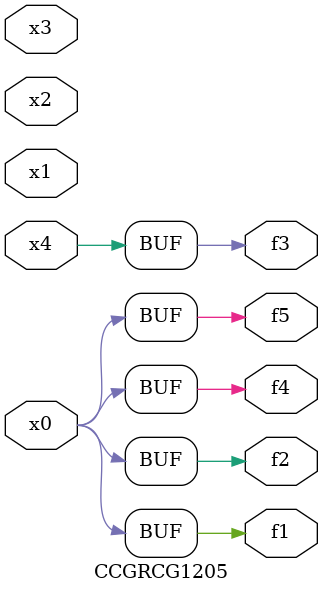
<source format=v>
module CCGRCG1205(
	input x0, x1, x2, x3, x4,
	output f1, f2, f3, f4, f5
);
	assign f1 = x0;
	assign f2 = x0;
	assign f3 = x4;
	assign f4 = x0;
	assign f5 = x0;
endmodule

</source>
